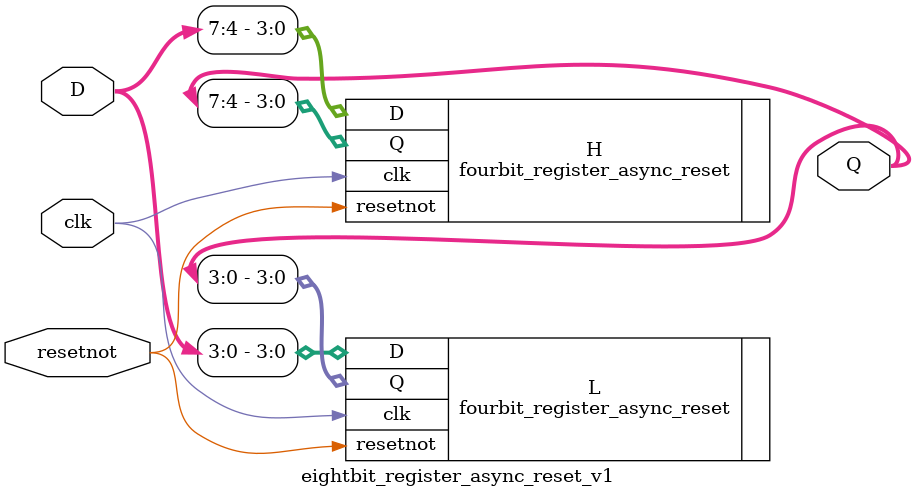
<source format=v>
module eightbit_register_async_reset_v1(clk, resetnot, D, Q);
	input        clk, resetnot;
	input  [7:0] D;
	output [7:0] Q;

	// FIXME: timing issues?
	fourbit_register_async_reset H(.clk(clk), .resetnot(resetnot), .D(D[7:4]), .Q(Q[7:4]));
	fourbit_register_async_reset L(.clk(clk), .resetnot(resetnot), .D(D[3:0]), .Q(Q[3:0]));
endmodule
</source>
